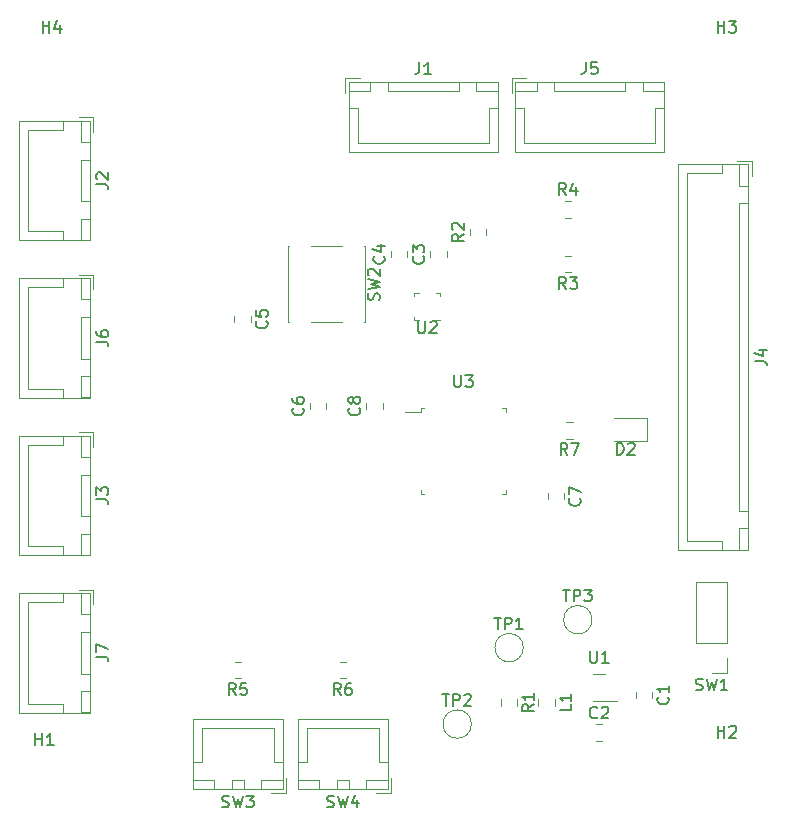
<source format=gto>
G04 #@! TF.GenerationSoftware,KiCad,Pcbnew,(5.1.5)-3*
G04 #@! TF.CreationDate,2020-03-16T21:34:29+01:00*
G04 #@! TF.ProjectId,ent,656e742e-6b69-4636-9164-5f7063625858,rev?*
G04 #@! TF.SameCoordinates,Original*
G04 #@! TF.FileFunction,Legend,Top*
G04 #@! TF.FilePolarity,Positive*
%FSLAX46Y46*%
G04 Gerber Fmt 4.6, Leading zero omitted, Abs format (unit mm)*
G04 Created by KiCad (PCBNEW (5.1.5)-3) date 2020-03-16 21:34:29*
%MOMM*%
%LPD*%
G04 APERTURE LIST*
%ADD10C,0.120000*%
%ADD11C,0.150000*%
G04 APERTURE END LIST*
D10*
X216035000Y-101750000D02*
X217035000Y-101750000D01*
X218035000Y-103990000D02*
X216035000Y-103990000D01*
X201270800Y-71722000D02*
X200870800Y-71722000D01*
X200870800Y-71722000D02*
X200870800Y-71497000D01*
X202690800Y-69502000D02*
X203090800Y-69502000D01*
X203090800Y-69502000D02*
X203090800Y-69727000D01*
X201270800Y-69502000D02*
X200870800Y-69502000D01*
X200870800Y-69502000D02*
X200870800Y-69727000D01*
X202690800Y-71722000D02*
X203090800Y-71722000D01*
X214154652Y-67715200D02*
X213632148Y-67715200D01*
X214154652Y-66295200D02*
X213632148Y-66295200D01*
X198938000Y-111766800D02*
X198938000Y-110516800D01*
X197688000Y-111766800D02*
X198938000Y-111766800D01*
X191788000Y-106266800D02*
X194838000Y-106266800D01*
X191788000Y-109216800D02*
X191788000Y-106266800D01*
X191038000Y-109216800D02*
X191788000Y-109216800D01*
X197888000Y-106266800D02*
X194838000Y-106266800D01*
X197888000Y-109216800D02*
X197888000Y-106266800D01*
X198638000Y-109216800D02*
X197888000Y-109216800D01*
X191038000Y-111466800D02*
X192838000Y-111466800D01*
X191038000Y-110716800D02*
X191038000Y-111466800D01*
X192838000Y-110716800D02*
X191038000Y-110716800D01*
X192838000Y-111466800D02*
X192838000Y-110716800D01*
X196838000Y-111466800D02*
X198638000Y-111466800D01*
X196838000Y-110716800D02*
X196838000Y-111466800D01*
X198638000Y-110716800D02*
X196838000Y-110716800D01*
X198638000Y-111466800D02*
X198638000Y-110716800D01*
X194338000Y-111466800D02*
X195338000Y-111466800D01*
X194338000Y-110716800D02*
X194338000Y-111466800D01*
X195338000Y-110716800D02*
X194338000Y-110716800D01*
X195338000Y-111466800D02*
X195338000Y-110716800D01*
X191028000Y-111476800D02*
X198648000Y-111476800D01*
X191028000Y-105506800D02*
X191028000Y-111476800D01*
X198648000Y-105506800D02*
X191028000Y-105506800D01*
X198648000Y-111476800D02*
X198648000Y-105506800D01*
X190048000Y-111766800D02*
X190048000Y-110516800D01*
X188798000Y-111766800D02*
X190048000Y-111766800D01*
X182898000Y-106266800D02*
X185948000Y-106266800D01*
X182898000Y-109216800D02*
X182898000Y-106266800D01*
X182148000Y-109216800D02*
X182898000Y-109216800D01*
X188998000Y-106266800D02*
X185948000Y-106266800D01*
X188998000Y-109216800D02*
X188998000Y-106266800D01*
X189748000Y-109216800D02*
X188998000Y-109216800D01*
X182148000Y-111466800D02*
X183948000Y-111466800D01*
X182148000Y-110716800D02*
X182148000Y-111466800D01*
X183948000Y-110716800D02*
X182148000Y-110716800D01*
X183948000Y-111466800D02*
X183948000Y-110716800D01*
X187948000Y-111466800D02*
X189748000Y-111466800D01*
X187948000Y-110716800D02*
X187948000Y-111466800D01*
X189748000Y-110716800D02*
X187948000Y-110716800D01*
X189748000Y-111466800D02*
X189748000Y-110716800D01*
X185448000Y-111466800D02*
X186448000Y-111466800D01*
X185448000Y-110716800D02*
X185448000Y-111466800D01*
X186448000Y-110716800D02*
X185448000Y-110716800D01*
X186448000Y-111466800D02*
X186448000Y-110716800D01*
X182138000Y-111476800D02*
X189758000Y-111476800D01*
X182138000Y-105506800D02*
X182138000Y-111476800D01*
X189758000Y-105506800D02*
X182138000Y-105506800D01*
X189758000Y-111476800D02*
X189758000Y-105506800D01*
X195079252Y-100686800D02*
X194556748Y-100686800D01*
X195079252Y-102106800D02*
X194556748Y-102106800D01*
X186189252Y-100686800D02*
X185666748Y-100686800D01*
X186189252Y-102106800D02*
X185666748Y-102106800D01*
X219635000Y-103243748D02*
X219635000Y-103766252D01*
X221055000Y-103243748D02*
X221055000Y-103766252D01*
X216273748Y-105970000D02*
X216796252Y-105970000D01*
X216273748Y-107390000D02*
X216796252Y-107390000D01*
X203656000Y-66453652D02*
X203656000Y-65931148D01*
X202236000Y-66453652D02*
X202236000Y-65931148D01*
X200303200Y-66453652D02*
X200303200Y-65931148D01*
X198883200Y-66453652D02*
X198883200Y-65931148D01*
X185649800Y-71417548D02*
X185649800Y-71940052D01*
X187069800Y-71417548D02*
X187069800Y-71940052D01*
X192025200Y-79306052D02*
X192025200Y-78783548D01*
X193445200Y-79306052D02*
X193445200Y-78783548D01*
X212167400Y-86428948D02*
X212167400Y-86951452D01*
X213587400Y-86428948D02*
X213587400Y-86951452D01*
X196800400Y-79306052D02*
X196800400Y-78783548D01*
X198220400Y-79306052D02*
X198220400Y-78783548D01*
X195041400Y-51275800D02*
X195041400Y-52525800D01*
X196291400Y-51275800D02*
X195041400Y-51275800D01*
X207191400Y-56775800D02*
X201641400Y-56775800D01*
X207191400Y-53825800D02*
X207191400Y-56775800D01*
X207941400Y-53825800D02*
X207191400Y-53825800D01*
X196091400Y-56775800D02*
X201641400Y-56775800D01*
X196091400Y-53825800D02*
X196091400Y-56775800D01*
X195341400Y-53825800D02*
X196091400Y-53825800D01*
X207941400Y-51575800D02*
X206141400Y-51575800D01*
X207941400Y-52325800D02*
X207941400Y-51575800D01*
X206141400Y-52325800D02*
X207941400Y-52325800D01*
X206141400Y-51575800D02*
X206141400Y-52325800D01*
X197141400Y-51575800D02*
X195341400Y-51575800D01*
X197141400Y-52325800D02*
X197141400Y-51575800D01*
X195341400Y-52325800D02*
X197141400Y-52325800D01*
X195341400Y-51575800D02*
X195341400Y-52325800D01*
X204641400Y-51575800D02*
X198641400Y-51575800D01*
X204641400Y-52325800D02*
X204641400Y-51575800D01*
X198641400Y-52325800D02*
X204641400Y-52325800D01*
X198641400Y-51575800D02*
X198641400Y-52325800D01*
X207951400Y-51565800D02*
X195331400Y-51565800D01*
X207951400Y-57535800D02*
X207951400Y-51565800D01*
X195331400Y-57535800D02*
X207951400Y-57535800D01*
X195331400Y-51565800D02*
X195331400Y-57535800D01*
X173427400Y-54869400D02*
X167457400Y-54869400D01*
X167457400Y-54869400D02*
X167457400Y-64989400D01*
X167457400Y-64989400D02*
X173427400Y-64989400D01*
X173427400Y-64989400D02*
X173427400Y-54869400D01*
X173417400Y-58179400D02*
X172667400Y-58179400D01*
X172667400Y-58179400D02*
X172667400Y-61679400D01*
X172667400Y-61679400D02*
X173417400Y-61679400D01*
X173417400Y-61679400D02*
X173417400Y-58179400D01*
X173417400Y-54879400D02*
X172667400Y-54879400D01*
X172667400Y-54879400D02*
X172667400Y-56679400D01*
X172667400Y-56679400D02*
X173417400Y-56679400D01*
X173417400Y-56679400D02*
X173417400Y-54879400D01*
X173417400Y-63179400D02*
X172667400Y-63179400D01*
X172667400Y-63179400D02*
X172667400Y-64979400D01*
X172667400Y-64979400D02*
X173417400Y-64979400D01*
X173417400Y-64979400D02*
X173417400Y-63179400D01*
X171167400Y-54879400D02*
X171167400Y-55629400D01*
X171167400Y-55629400D02*
X168217400Y-55629400D01*
X168217400Y-55629400D02*
X168217400Y-59929400D01*
X171167400Y-64979400D02*
X171167400Y-64229400D01*
X171167400Y-64229400D02*
X168217400Y-64229400D01*
X168217400Y-64229400D02*
X168217400Y-59929400D01*
X173717400Y-55829400D02*
X173717400Y-54579400D01*
X173717400Y-54579400D02*
X172467400Y-54579400D01*
X173717400Y-81249400D02*
X172467400Y-81249400D01*
X173717400Y-82499400D02*
X173717400Y-81249400D01*
X168217400Y-90899400D02*
X168217400Y-86599400D01*
X171167400Y-90899400D02*
X168217400Y-90899400D01*
X171167400Y-91649400D02*
X171167400Y-90899400D01*
X168217400Y-82299400D02*
X168217400Y-86599400D01*
X171167400Y-82299400D02*
X168217400Y-82299400D01*
X171167400Y-81549400D02*
X171167400Y-82299400D01*
X173417400Y-91649400D02*
X173417400Y-89849400D01*
X172667400Y-91649400D02*
X173417400Y-91649400D01*
X172667400Y-89849400D02*
X172667400Y-91649400D01*
X173417400Y-89849400D02*
X172667400Y-89849400D01*
X173417400Y-83349400D02*
X173417400Y-81549400D01*
X172667400Y-83349400D02*
X173417400Y-83349400D01*
X172667400Y-81549400D02*
X172667400Y-83349400D01*
X173417400Y-81549400D02*
X172667400Y-81549400D01*
X173417400Y-88349400D02*
X173417400Y-84849400D01*
X172667400Y-88349400D02*
X173417400Y-88349400D01*
X172667400Y-84849400D02*
X172667400Y-88349400D01*
X173417400Y-84849400D02*
X172667400Y-84849400D01*
X173427400Y-91659400D02*
X173427400Y-81539400D01*
X167457400Y-91659400D02*
X173427400Y-91659400D01*
X167457400Y-81539400D02*
X167457400Y-91659400D01*
X173427400Y-81539400D02*
X167457400Y-81539400D01*
X229180400Y-58577800D02*
X223210400Y-58577800D01*
X223210400Y-58577800D02*
X223210400Y-91197800D01*
X223210400Y-91197800D02*
X229180400Y-91197800D01*
X229180400Y-91197800D02*
X229180400Y-58577800D01*
X229170400Y-61887800D02*
X228420400Y-61887800D01*
X228420400Y-61887800D02*
X228420400Y-87887800D01*
X228420400Y-87887800D02*
X229170400Y-87887800D01*
X229170400Y-87887800D02*
X229170400Y-61887800D01*
X229170400Y-58587800D02*
X228420400Y-58587800D01*
X228420400Y-58587800D02*
X228420400Y-60387800D01*
X228420400Y-60387800D02*
X229170400Y-60387800D01*
X229170400Y-60387800D02*
X229170400Y-58587800D01*
X229170400Y-89387800D02*
X228420400Y-89387800D01*
X228420400Y-89387800D02*
X228420400Y-91187800D01*
X228420400Y-91187800D02*
X229170400Y-91187800D01*
X229170400Y-91187800D02*
X229170400Y-89387800D01*
X226920400Y-58587800D02*
X226920400Y-59337800D01*
X226920400Y-59337800D02*
X223970400Y-59337800D01*
X223970400Y-59337800D02*
X223970400Y-74887800D01*
X226920400Y-91187800D02*
X226920400Y-90437800D01*
X226920400Y-90437800D02*
X223970400Y-90437800D01*
X223970400Y-90437800D02*
X223970400Y-74887800D01*
X229470400Y-59537800D02*
X229470400Y-58287800D01*
X229470400Y-58287800D02*
X228220400Y-58287800D01*
X209428400Y-51565800D02*
X209428400Y-57535800D01*
X209428400Y-57535800D02*
X222048400Y-57535800D01*
X222048400Y-57535800D02*
X222048400Y-51565800D01*
X222048400Y-51565800D02*
X209428400Y-51565800D01*
X212738400Y-51575800D02*
X212738400Y-52325800D01*
X212738400Y-52325800D02*
X218738400Y-52325800D01*
X218738400Y-52325800D02*
X218738400Y-51575800D01*
X218738400Y-51575800D02*
X212738400Y-51575800D01*
X209438400Y-51575800D02*
X209438400Y-52325800D01*
X209438400Y-52325800D02*
X211238400Y-52325800D01*
X211238400Y-52325800D02*
X211238400Y-51575800D01*
X211238400Y-51575800D02*
X209438400Y-51575800D01*
X220238400Y-51575800D02*
X220238400Y-52325800D01*
X220238400Y-52325800D02*
X222038400Y-52325800D01*
X222038400Y-52325800D02*
X222038400Y-51575800D01*
X222038400Y-51575800D02*
X220238400Y-51575800D01*
X209438400Y-53825800D02*
X210188400Y-53825800D01*
X210188400Y-53825800D02*
X210188400Y-56775800D01*
X210188400Y-56775800D02*
X215738400Y-56775800D01*
X222038400Y-53825800D02*
X221288400Y-53825800D01*
X221288400Y-53825800D02*
X221288400Y-56775800D01*
X221288400Y-56775800D02*
X215738400Y-56775800D01*
X210388400Y-51275800D02*
X209138400Y-51275800D01*
X209138400Y-51275800D02*
X209138400Y-52525800D01*
X173427400Y-68204400D02*
X167457400Y-68204400D01*
X167457400Y-68204400D02*
X167457400Y-78324400D01*
X167457400Y-78324400D02*
X173427400Y-78324400D01*
X173427400Y-78324400D02*
X173427400Y-68204400D01*
X173417400Y-71514400D02*
X172667400Y-71514400D01*
X172667400Y-71514400D02*
X172667400Y-75014400D01*
X172667400Y-75014400D02*
X173417400Y-75014400D01*
X173417400Y-75014400D02*
X173417400Y-71514400D01*
X173417400Y-68214400D02*
X172667400Y-68214400D01*
X172667400Y-68214400D02*
X172667400Y-70014400D01*
X172667400Y-70014400D02*
X173417400Y-70014400D01*
X173417400Y-70014400D02*
X173417400Y-68214400D01*
X173417400Y-76514400D02*
X172667400Y-76514400D01*
X172667400Y-76514400D02*
X172667400Y-78314400D01*
X172667400Y-78314400D02*
X173417400Y-78314400D01*
X173417400Y-78314400D02*
X173417400Y-76514400D01*
X171167400Y-68214400D02*
X171167400Y-68964400D01*
X171167400Y-68964400D02*
X168217400Y-68964400D01*
X168217400Y-68964400D02*
X168217400Y-73264400D01*
X171167400Y-78314400D02*
X171167400Y-77564400D01*
X171167400Y-77564400D02*
X168217400Y-77564400D01*
X168217400Y-77564400D02*
X168217400Y-73264400D01*
X173717400Y-69164400D02*
X173717400Y-67914400D01*
X173717400Y-67914400D02*
X172467400Y-67914400D01*
X173717400Y-94584400D02*
X172467400Y-94584400D01*
X173717400Y-95834400D02*
X173717400Y-94584400D01*
X168217400Y-104234400D02*
X168217400Y-99934400D01*
X171167400Y-104234400D02*
X168217400Y-104234400D01*
X171167400Y-104984400D02*
X171167400Y-104234400D01*
X168217400Y-95634400D02*
X168217400Y-99934400D01*
X171167400Y-95634400D02*
X168217400Y-95634400D01*
X171167400Y-94884400D02*
X171167400Y-95634400D01*
X173417400Y-104984400D02*
X173417400Y-103184400D01*
X172667400Y-104984400D02*
X173417400Y-104984400D01*
X172667400Y-103184400D02*
X172667400Y-104984400D01*
X173417400Y-103184400D02*
X172667400Y-103184400D01*
X173417400Y-96684400D02*
X173417400Y-94884400D01*
X172667400Y-96684400D02*
X173417400Y-96684400D01*
X172667400Y-94884400D02*
X172667400Y-96684400D01*
X173417400Y-94884400D02*
X172667400Y-94884400D01*
X173417400Y-101684400D02*
X173417400Y-98184400D01*
X172667400Y-101684400D02*
X173417400Y-101684400D01*
X172667400Y-98184400D02*
X172667400Y-101684400D01*
X173417400Y-98184400D02*
X172667400Y-98184400D01*
X173427400Y-104994400D02*
X173427400Y-94874400D01*
X167457400Y-104994400D02*
X173427400Y-104994400D01*
X167457400Y-94874400D02*
X167457400Y-104994400D01*
X173427400Y-94874400D02*
X167457400Y-94874400D01*
X212800000Y-103878748D02*
X212800000Y-104401252D01*
X211380000Y-103878748D02*
X211380000Y-104401252D01*
X208205000Y-103878748D02*
X208205000Y-104401252D01*
X209625000Y-103878748D02*
X209625000Y-104401252D01*
X206983400Y-64574052D02*
X206983400Y-64051548D01*
X205563400Y-64574052D02*
X205563400Y-64051548D01*
X213628349Y-61662001D02*
X214150853Y-61662001D01*
X213628349Y-63082001D02*
X214150853Y-63082001D01*
X227390000Y-93920000D02*
X224730000Y-93920000D01*
X227390000Y-99060000D02*
X227390000Y-93920000D01*
X224730000Y-99060000D02*
X224730000Y-93920000D01*
X227390000Y-99060000D02*
X224730000Y-99060000D01*
X227390000Y-100330000D02*
X227390000Y-101660000D01*
X227390000Y-101660000D02*
X226060000Y-101660000D01*
X196676400Y-71962400D02*
X196646400Y-71962400D01*
X190216400Y-71962400D02*
X190246400Y-71962400D01*
X190216400Y-65502400D02*
X190246400Y-65502400D01*
X196646400Y-65502400D02*
X196676400Y-65502400D01*
X194746400Y-71962400D02*
X192146400Y-71962400D01*
X196676400Y-65502400D02*
X196676400Y-71962400D01*
X194746400Y-65502400D02*
X192146400Y-65502400D01*
X190216400Y-65502400D02*
X190216400Y-71962400D01*
X210115000Y-99491800D02*
G75*
G03X210115000Y-99491800I-1200000J0D01*
G01*
X205720800Y-105968800D02*
G75*
G03X205720800Y-105968800I-1200000J0D01*
G01*
X215931600Y-97129600D02*
G75*
G03X215931600Y-97129600I-1200000J0D01*
G01*
X208338800Y-86464800D02*
X208638800Y-86464800D01*
X208638800Y-86464800D02*
X208638800Y-86164800D01*
X201718800Y-86464800D02*
X201418800Y-86464800D01*
X201418800Y-86464800D02*
X201418800Y-86164800D01*
X208338800Y-79244800D02*
X208638800Y-79244800D01*
X208638800Y-79244800D02*
X208638800Y-79544800D01*
X201718800Y-79244800D02*
X201418800Y-79244800D01*
X201418800Y-79244800D02*
X201418800Y-79544800D01*
X201418800Y-79544800D02*
X200103800Y-79544800D01*
X217769999Y-81999999D02*
X220629999Y-81999999D01*
X220629999Y-81999999D02*
X220629999Y-80079999D01*
X220629999Y-80079999D02*
X217769999Y-80079999D01*
X214286251Y-81794999D02*
X213763747Y-81794999D01*
X214286251Y-80374999D02*
X213763747Y-80374999D01*
D11*
X215773095Y-99782380D02*
X215773095Y-100591904D01*
X215820714Y-100687142D01*
X215868333Y-100734761D01*
X215963571Y-100782380D01*
X216154047Y-100782380D01*
X216249285Y-100734761D01*
X216296904Y-100687142D01*
X216344523Y-100591904D01*
X216344523Y-99782380D01*
X217344523Y-100782380D02*
X216773095Y-100782380D01*
X217058809Y-100782380D02*
X217058809Y-99782380D01*
X216963571Y-99925238D01*
X216868333Y-100020476D01*
X216773095Y-100068095D01*
X201218895Y-71864380D02*
X201218895Y-72673904D01*
X201266514Y-72769142D01*
X201314133Y-72816761D01*
X201409371Y-72864380D01*
X201599847Y-72864380D01*
X201695085Y-72816761D01*
X201742704Y-72769142D01*
X201790323Y-72673904D01*
X201790323Y-71864380D01*
X202218895Y-71959619D02*
X202266514Y-71912000D01*
X202361752Y-71864380D01*
X202599847Y-71864380D01*
X202695085Y-71912000D01*
X202742704Y-71959619D01*
X202790323Y-72054857D01*
X202790323Y-72150095D01*
X202742704Y-72292952D01*
X202171276Y-72864380D01*
X202790323Y-72864380D01*
X213726733Y-69107580D02*
X213393400Y-68631390D01*
X213155304Y-69107580D02*
X213155304Y-68107580D01*
X213536257Y-68107580D01*
X213631495Y-68155200D01*
X213679114Y-68202819D01*
X213726733Y-68298057D01*
X213726733Y-68440914D01*
X213679114Y-68536152D01*
X213631495Y-68583771D01*
X213536257Y-68631390D01*
X213155304Y-68631390D01*
X214060066Y-68107580D02*
X214679114Y-68107580D01*
X214345780Y-68488533D01*
X214488638Y-68488533D01*
X214583876Y-68536152D01*
X214631495Y-68583771D01*
X214679114Y-68679009D01*
X214679114Y-68917104D01*
X214631495Y-69012342D01*
X214583876Y-69059961D01*
X214488638Y-69107580D01*
X214202923Y-69107580D01*
X214107685Y-69059961D01*
X214060066Y-69012342D01*
X193504666Y-112971561D02*
X193647523Y-113019180D01*
X193885619Y-113019180D01*
X193980857Y-112971561D01*
X194028476Y-112923942D01*
X194076095Y-112828704D01*
X194076095Y-112733466D01*
X194028476Y-112638228D01*
X193980857Y-112590609D01*
X193885619Y-112542990D01*
X193695142Y-112495371D01*
X193599904Y-112447752D01*
X193552285Y-112400133D01*
X193504666Y-112304895D01*
X193504666Y-112209657D01*
X193552285Y-112114419D01*
X193599904Y-112066800D01*
X193695142Y-112019180D01*
X193933238Y-112019180D01*
X194076095Y-112066800D01*
X194409428Y-112019180D02*
X194647523Y-113019180D01*
X194838000Y-112304895D01*
X195028476Y-113019180D01*
X195266571Y-112019180D01*
X196076095Y-112352514D02*
X196076095Y-113019180D01*
X195838000Y-111971561D02*
X195599904Y-112685847D01*
X196218952Y-112685847D01*
X184614666Y-112971561D02*
X184757523Y-113019180D01*
X184995619Y-113019180D01*
X185090857Y-112971561D01*
X185138476Y-112923942D01*
X185186095Y-112828704D01*
X185186095Y-112733466D01*
X185138476Y-112638228D01*
X185090857Y-112590609D01*
X184995619Y-112542990D01*
X184805142Y-112495371D01*
X184709904Y-112447752D01*
X184662285Y-112400133D01*
X184614666Y-112304895D01*
X184614666Y-112209657D01*
X184662285Y-112114419D01*
X184709904Y-112066800D01*
X184805142Y-112019180D01*
X185043238Y-112019180D01*
X185186095Y-112066800D01*
X185519428Y-112019180D02*
X185757523Y-113019180D01*
X185948000Y-112304895D01*
X186138476Y-113019180D01*
X186376571Y-112019180D01*
X186662285Y-112019180D02*
X187281333Y-112019180D01*
X186948000Y-112400133D01*
X187090857Y-112400133D01*
X187186095Y-112447752D01*
X187233714Y-112495371D01*
X187281333Y-112590609D01*
X187281333Y-112828704D01*
X187233714Y-112923942D01*
X187186095Y-112971561D01*
X187090857Y-113019180D01*
X186805142Y-113019180D01*
X186709904Y-112971561D01*
X186662285Y-112923942D01*
X194651333Y-103499180D02*
X194318000Y-103022990D01*
X194079904Y-103499180D02*
X194079904Y-102499180D01*
X194460857Y-102499180D01*
X194556095Y-102546800D01*
X194603714Y-102594419D01*
X194651333Y-102689657D01*
X194651333Y-102832514D01*
X194603714Y-102927752D01*
X194556095Y-102975371D01*
X194460857Y-103022990D01*
X194079904Y-103022990D01*
X195508476Y-102499180D02*
X195318000Y-102499180D01*
X195222761Y-102546800D01*
X195175142Y-102594419D01*
X195079904Y-102737276D01*
X195032285Y-102927752D01*
X195032285Y-103308704D01*
X195079904Y-103403942D01*
X195127523Y-103451561D01*
X195222761Y-103499180D01*
X195413238Y-103499180D01*
X195508476Y-103451561D01*
X195556095Y-103403942D01*
X195603714Y-103308704D01*
X195603714Y-103070609D01*
X195556095Y-102975371D01*
X195508476Y-102927752D01*
X195413238Y-102880133D01*
X195222761Y-102880133D01*
X195127523Y-102927752D01*
X195079904Y-102975371D01*
X195032285Y-103070609D01*
X185761333Y-103499180D02*
X185428000Y-103022990D01*
X185189904Y-103499180D02*
X185189904Y-102499180D01*
X185570857Y-102499180D01*
X185666095Y-102546800D01*
X185713714Y-102594419D01*
X185761333Y-102689657D01*
X185761333Y-102832514D01*
X185713714Y-102927752D01*
X185666095Y-102975371D01*
X185570857Y-103022990D01*
X185189904Y-103022990D01*
X186666095Y-102499180D02*
X186189904Y-102499180D01*
X186142285Y-102975371D01*
X186189904Y-102927752D01*
X186285142Y-102880133D01*
X186523238Y-102880133D01*
X186618476Y-102927752D01*
X186666095Y-102975371D01*
X186713714Y-103070609D01*
X186713714Y-103308704D01*
X186666095Y-103403942D01*
X186618476Y-103451561D01*
X186523238Y-103499180D01*
X186285142Y-103499180D01*
X186189904Y-103451561D01*
X186142285Y-103403942D01*
X222352142Y-103671666D02*
X222399761Y-103719285D01*
X222447380Y-103862142D01*
X222447380Y-103957380D01*
X222399761Y-104100238D01*
X222304523Y-104195476D01*
X222209285Y-104243095D01*
X222018809Y-104290714D01*
X221875952Y-104290714D01*
X221685476Y-104243095D01*
X221590238Y-104195476D01*
X221495000Y-104100238D01*
X221447380Y-103957380D01*
X221447380Y-103862142D01*
X221495000Y-103719285D01*
X221542619Y-103671666D01*
X222447380Y-102719285D02*
X222447380Y-103290714D01*
X222447380Y-103005000D02*
X221447380Y-103005000D01*
X221590238Y-103100238D01*
X221685476Y-103195476D01*
X221733095Y-103290714D01*
X216368333Y-105387142D02*
X216320714Y-105434761D01*
X216177857Y-105482380D01*
X216082619Y-105482380D01*
X215939761Y-105434761D01*
X215844523Y-105339523D01*
X215796904Y-105244285D01*
X215749285Y-105053809D01*
X215749285Y-104910952D01*
X215796904Y-104720476D01*
X215844523Y-104625238D01*
X215939761Y-104530000D01*
X216082619Y-104482380D01*
X216177857Y-104482380D01*
X216320714Y-104530000D01*
X216368333Y-104577619D01*
X216749285Y-104577619D02*
X216796904Y-104530000D01*
X216892142Y-104482380D01*
X217130238Y-104482380D01*
X217225476Y-104530000D01*
X217273095Y-104577619D01*
X217320714Y-104672857D01*
X217320714Y-104768095D01*
X217273095Y-104910952D01*
X216701666Y-105482380D01*
X217320714Y-105482380D01*
X201653142Y-66359066D02*
X201700761Y-66406685D01*
X201748380Y-66549542D01*
X201748380Y-66644780D01*
X201700761Y-66787638D01*
X201605523Y-66882876D01*
X201510285Y-66930495D01*
X201319809Y-66978114D01*
X201176952Y-66978114D01*
X200986476Y-66930495D01*
X200891238Y-66882876D01*
X200796000Y-66787638D01*
X200748380Y-66644780D01*
X200748380Y-66549542D01*
X200796000Y-66406685D01*
X200843619Y-66359066D01*
X200748380Y-66025733D02*
X200748380Y-65406685D01*
X201129333Y-65740019D01*
X201129333Y-65597161D01*
X201176952Y-65501923D01*
X201224571Y-65454304D01*
X201319809Y-65406685D01*
X201557904Y-65406685D01*
X201653142Y-65454304D01*
X201700761Y-65501923D01*
X201748380Y-65597161D01*
X201748380Y-65882876D01*
X201700761Y-65978114D01*
X201653142Y-66025733D01*
X198300342Y-66359066D02*
X198347961Y-66406685D01*
X198395580Y-66549542D01*
X198395580Y-66644780D01*
X198347961Y-66787638D01*
X198252723Y-66882876D01*
X198157485Y-66930495D01*
X197967009Y-66978114D01*
X197824152Y-66978114D01*
X197633676Y-66930495D01*
X197538438Y-66882876D01*
X197443200Y-66787638D01*
X197395580Y-66644780D01*
X197395580Y-66549542D01*
X197443200Y-66406685D01*
X197490819Y-66359066D01*
X197728914Y-65501923D02*
X198395580Y-65501923D01*
X197347961Y-65740019D02*
X198062247Y-65978114D01*
X198062247Y-65359066D01*
X188366942Y-71845466D02*
X188414561Y-71893085D01*
X188462180Y-72035942D01*
X188462180Y-72131180D01*
X188414561Y-72274038D01*
X188319323Y-72369276D01*
X188224085Y-72416895D01*
X188033609Y-72464514D01*
X187890752Y-72464514D01*
X187700276Y-72416895D01*
X187605038Y-72369276D01*
X187509800Y-72274038D01*
X187462180Y-72131180D01*
X187462180Y-72035942D01*
X187509800Y-71893085D01*
X187557419Y-71845466D01*
X187462180Y-70940704D02*
X187462180Y-71416895D01*
X187938371Y-71464514D01*
X187890752Y-71416895D01*
X187843133Y-71321657D01*
X187843133Y-71083561D01*
X187890752Y-70988323D01*
X187938371Y-70940704D01*
X188033609Y-70893085D01*
X188271704Y-70893085D01*
X188366942Y-70940704D01*
X188414561Y-70988323D01*
X188462180Y-71083561D01*
X188462180Y-71321657D01*
X188414561Y-71416895D01*
X188366942Y-71464514D01*
X191442342Y-79211466D02*
X191489961Y-79259085D01*
X191537580Y-79401942D01*
X191537580Y-79497180D01*
X191489961Y-79640038D01*
X191394723Y-79735276D01*
X191299485Y-79782895D01*
X191109009Y-79830514D01*
X190966152Y-79830514D01*
X190775676Y-79782895D01*
X190680438Y-79735276D01*
X190585200Y-79640038D01*
X190537580Y-79497180D01*
X190537580Y-79401942D01*
X190585200Y-79259085D01*
X190632819Y-79211466D01*
X190537580Y-78354323D02*
X190537580Y-78544800D01*
X190585200Y-78640038D01*
X190632819Y-78687657D01*
X190775676Y-78782895D01*
X190966152Y-78830514D01*
X191347104Y-78830514D01*
X191442342Y-78782895D01*
X191489961Y-78735276D01*
X191537580Y-78640038D01*
X191537580Y-78449561D01*
X191489961Y-78354323D01*
X191442342Y-78306704D01*
X191347104Y-78259085D01*
X191109009Y-78259085D01*
X191013771Y-78306704D01*
X190966152Y-78354323D01*
X190918533Y-78449561D01*
X190918533Y-78640038D01*
X190966152Y-78735276D01*
X191013771Y-78782895D01*
X191109009Y-78830514D01*
X214884542Y-86856866D02*
X214932161Y-86904485D01*
X214979780Y-87047342D01*
X214979780Y-87142580D01*
X214932161Y-87285438D01*
X214836923Y-87380676D01*
X214741685Y-87428295D01*
X214551209Y-87475914D01*
X214408352Y-87475914D01*
X214217876Y-87428295D01*
X214122638Y-87380676D01*
X214027400Y-87285438D01*
X213979780Y-87142580D01*
X213979780Y-87047342D01*
X214027400Y-86904485D01*
X214075019Y-86856866D01*
X213979780Y-86523533D02*
X213979780Y-85856866D01*
X214979780Y-86285438D01*
X196217542Y-79211466D02*
X196265161Y-79259085D01*
X196312780Y-79401942D01*
X196312780Y-79497180D01*
X196265161Y-79640038D01*
X196169923Y-79735276D01*
X196074685Y-79782895D01*
X195884209Y-79830514D01*
X195741352Y-79830514D01*
X195550876Y-79782895D01*
X195455638Y-79735276D01*
X195360400Y-79640038D01*
X195312780Y-79497180D01*
X195312780Y-79401942D01*
X195360400Y-79259085D01*
X195408019Y-79211466D01*
X195741352Y-78640038D02*
X195693733Y-78735276D01*
X195646114Y-78782895D01*
X195550876Y-78830514D01*
X195503257Y-78830514D01*
X195408019Y-78782895D01*
X195360400Y-78735276D01*
X195312780Y-78640038D01*
X195312780Y-78449561D01*
X195360400Y-78354323D01*
X195408019Y-78306704D01*
X195503257Y-78259085D01*
X195550876Y-78259085D01*
X195646114Y-78306704D01*
X195693733Y-78354323D01*
X195741352Y-78449561D01*
X195741352Y-78640038D01*
X195788971Y-78735276D01*
X195836590Y-78782895D01*
X195931828Y-78830514D01*
X196122304Y-78830514D01*
X196217542Y-78782895D01*
X196265161Y-78735276D01*
X196312780Y-78640038D01*
X196312780Y-78449561D01*
X196265161Y-78354323D01*
X196217542Y-78306704D01*
X196122304Y-78259085D01*
X195931828Y-78259085D01*
X195836590Y-78306704D01*
X195788971Y-78354323D01*
X195741352Y-78449561D01*
X201308066Y-49928180D02*
X201308066Y-50642466D01*
X201260447Y-50785323D01*
X201165209Y-50880561D01*
X201022352Y-50928180D01*
X200927114Y-50928180D01*
X202308066Y-50928180D02*
X201736638Y-50928180D01*
X202022352Y-50928180D02*
X202022352Y-49928180D01*
X201927114Y-50071038D01*
X201831876Y-50166276D01*
X201736638Y-50213895D01*
X173969780Y-60262733D02*
X174684066Y-60262733D01*
X174826923Y-60310352D01*
X174922161Y-60405590D01*
X174969780Y-60548447D01*
X174969780Y-60643685D01*
X174065019Y-59834161D02*
X174017400Y-59786542D01*
X173969780Y-59691304D01*
X173969780Y-59453209D01*
X174017400Y-59357971D01*
X174065019Y-59310352D01*
X174160257Y-59262733D01*
X174255495Y-59262733D01*
X174398352Y-59310352D01*
X174969780Y-59881780D01*
X174969780Y-59262733D01*
X173969780Y-86932733D02*
X174684066Y-86932733D01*
X174826923Y-86980352D01*
X174922161Y-87075590D01*
X174969780Y-87218447D01*
X174969780Y-87313685D01*
X173969780Y-86551780D02*
X173969780Y-85932733D01*
X174350733Y-86266066D01*
X174350733Y-86123209D01*
X174398352Y-86027971D01*
X174445971Y-85980352D01*
X174541209Y-85932733D01*
X174779304Y-85932733D01*
X174874542Y-85980352D01*
X174922161Y-86027971D01*
X174969780Y-86123209D01*
X174969780Y-86408923D01*
X174922161Y-86504161D01*
X174874542Y-86551780D01*
X229722780Y-75221133D02*
X230437066Y-75221133D01*
X230579923Y-75268752D01*
X230675161Y-75363990D01*
X230722780Y-75506847D01*
X230722780Y-75602085D01*
X230056114Y-74316371D02*
X230722780Y-74316371D01*
X229675161Y-74554466D02*
X230389447Y-74792561D01*
X230389447Y-74173514D01*
X215405066Y-49928180D02*
X215405066Y-50642466D01*
X215357447Y-50785323D01*
X215262209Y-50880561D01*
X215119352Y-50928180D01*
X215024114Y-50928180D01*
X216357447Y-49928180D02*
X215881257Y-49928180D01*
X215833638Y-50404371D01*
X215881257Y-50356752D01*
X215976495Y-50309133D01*
X216214590Y-50309133D01*
X216309828Y-50356752D01*
X216357447Y-50404371D01*
X216405066Y-50499609D01*
X216405066Y-50737704D01*
X216357447Y-50832942D01*
X216309828Y-50880561D01*
X216214590Y-50928180D01*
X215976495Y-50928180D01*
X215881257Y-50880561D01*
X215833638Y-50832942D01*
X173969780Y-73597733D02*
X174684066Y-73597733D01*
X174826923Y-73645352D01*
X174922161Y-73740590D01*
X174969780Y-73883447D01*
X174969780Y-73978685D01*
X173969780Y-72692971D02*
X173969780Y-72883447D01*
X174017400Y-72978685D01*
X174065019Y-73026304D01*
X174207876Y-73121542D01*
X174398352Y-73169161D01*
X174779304Y-73169161D01*
X174874542Y-73121542D01*
X174922161Y-73073923D01*
X174969780Y-72978685D01*
X174969780Y-72788209D01*
X174922161Y-72692971D01*
X174874542Y-72645352D01*
X174779304Y-72597733D01*
X174541209Y-72597733D01*
X174445971Y-72645352D01*
X174398352Y-72692971D01*
X174350733Y-72788209D01*
X174350733Y-72978685D01*
X174398352Y-73073923D01*
X174445971Y-73121542D01*
X174541209Y-73169161D01*
X173969780Y-100267733D02*
X174684066Y-100267733D01*
X174826923Y-100315352D01*
X174922161Y-100410590D01*
X174969780Y-100553447D01*
X174969780Y-100648685D01*
X173969780Y-99886780D02*
X173969780Y-99220114D01*
X174969780Y-99648685D01*
X214192380Y-104306666D02*
X214192380Y-104782857D01*
X213192380Y-104782857D01*
X214192380Y-103449523D02*
X214192380Y-104020952D01*
X214192380Y-103735238D02*
X213192380Y-103735238D01*
X213335238Y-103830476D01*
X213430476Y-103925714D01*
X213478095Y-104020952D01*
X211017380Y-104306666D02*
X210541190Y-104640000D01*
X211017380Y-104878095D02*
X210017380Y-104878095D01*
X210017380Y-104497142D01*
X210065000Y-104401904D01*
X210112619Y-104354285D01*
X210207857Y-104306666D01*
X210350714Y-104306666D01*
X210445952Y-104354285D01*
X210493571Y-104401904D01*
X210541190Y-104497142D01*
X210541190Y-104878095D01*
X211017380Y-103354285D02*
X211017380Y-103925714D01*
X211017380Y-103640000D02*
X210017380Y-103640000D01*
X210160238Y-103735238D01*
X210255476Y-103830476D01*
X210303095Y-103925714D01*
X205075780Y-64479466D02*
X204599590Y-64812800D01*
X205075780Y-65050895D02*
X204075780Y-65050895D01*
X204075780Y-64669942D01*
X204123400Y-64574704D01*
X204171019Y-64527085D01*
X204266257Y-64479466D01*
X204409114Y-64479466D01*
X204504352Y-64527085D01*
X204551971Y-64574704D01*
X204599590Y-64669942D01*
X204599590Y-65050895D01*
X204171019Y-64098514D02*
X204123400Y-64050895D01*
X204075780Y-63955657D01*
X204075780Y-63717561D01*
X204123400Y-63622323D01*
X204171019Y-63574704D01*
X204266257Y-63527085D01*
X204361495Y-63527085D01*
X204504352Y-63574704D01*
X205075780Y-64146133D01*
X205075780Y-63527085D01*
X213722934Y-61174381D02*
X213389601Y-60698191D01*
X213151505Y-61174381D02*
X213151505Y-60174381D01*
X213532458Y-60174381D01*
X213627696Y-60222001D01*
X213675315Y-60269620D01*
X213722934Y-60364858D01*
X213722934Y-60507715D01*
X213675315Y-60602953D01*
X213627696Y-60650572D01*
X213532458Y-60698191D01*
X213151505Y-60698191D01*
X214580077Y-60507715D02*
X214580077Y-61174381D01*
X214341981Y-60126762D02*
X214103886Y-60841048D01*
X214722934Y-60841048D01*
X224726666Y-103064761D02*
X224869523Y-103112380D01*
X225107619Y-103112380D01*
X225202857Y-103064761D01*
X225250476Y-103017142D01*
X225298095Y-102921904D01*
X225298095Y-102826666D01*
X225250476Y-102731428D01*
X225202857Y-102683809D01*
X225107619Y-102636190D01*
X224917142Y-102588571D01*
X224821904Y-102540952D01*
X224774285Y-102493333D01*
X224726666Y-102398095D01*
X224726666Y-102302857D01*
X224774285Y-102207619D01*
X224821904Y-102160000D01*
X224917142Y-102112380D01*
X225155238Y-102112380D01*
X225298095Y-102160000D01*
X225631428Y-102112380D02*
X225869523Y-103112380D01*
X226060000Y-102398095D01*
X226250476Y-103112380D01*
X226488571Y-102112380D01*
X227393333Y-103112380D02*
X226821904Y-103112380D01*
X227107619Y-103112380D02*
X227107619Y-102112380D01*
X227012380Y-102255238D01*
X226917142Y-102350476D01*
X226821904Y-102398095D01*
X197901161Y-70065733D02*
X197948780Y-69922876D01*
X197948780Y-69684780D01*
X197901161Y-69589542D01*
X197853542Y-69541923D01*
X197758304Y-69494304D01*
X197663066Y-69494304D01*
X197567828Y-69541923D01*
X197520209Y-69589542D01*
X197472590Y-69684780D01*
X197424971Y-69875257D01*
X197377352Y-69970495D01*
X197329733Y-70018114D01*
X197234495Y-70065733D01*
X197139257Y-70065733D01*
X197044019Y-70018114D01*
X196996400Y-69970495D01*
X196948780Y-69875257D01*
X196948780Y-69637161D01*
X196996400Y-69494304D01*
X196948780Y-69160971D02*
X197948780Y-68922876D01*
X197234495Y-68732400D01*
X197948780Y-68541923D01*
X196948780Y-68303828D01*
X197044019Y-67970495D02*
X196996400Y-67922876D01*
X196948780Y-67827638D01*
X196948780Y-67589542D01*
X196996400Y-67494304D01*
X197044019Y-67446685D01*
X197139257Y-67399066D01*
X197234495Y-67399066D01*
X197377352Y-67446685D01*
X197948780Y-68018114D01*
X197948780Y-67399066D01*
X207653095Y-96946180D02*
X208224523Y-96946180D01*
X207938809Y-97946180D02*
X207938809Y-96946180D01*
X208557857Y-97946180D02*
X208557857Y-96946180D01*
X208938809Y-96946180D01*
X209034047Y-96993800D01*
X209081666Y-97041419D01*
X209129285Y-97136657D01*
X209129285Y-97279514D01*
X209081666Y-97374752D01*
X209034047Y-97422371D01*
X208938809Y-97469990D01*
X208557857Y-97469990D01*
X210081666Y-97946180D02*
X209510238Y-97946180D01*
X209795952Y-97946180D02*
X209795952Y-96946180D01*
X209700714Y-97089038D01*
X209605476Y-97184276D01*
X209510238Y-97231895D01*
X203258895Y-103423180D02*
X203830323Y-103423180D01*
X203544609Y-104423180D02*
X203544609Y-103423180D01*
X204163657Y-104423180D02*
X204163657Y-103423180D01*
X204544609Y-103423180D01*
X204639847Y-103470800D01*
X204687466Y-103518419D01*
X204735085Y-103613657D01*
X204735085Y-103756514D01*
X204687466Y-103851752D01*
X204639847Y-103899371D01*
X204544609Y-103946990D01*
X204163657Y-103946990D01*
X205116038Y-103518419D02*
X205163657Y-103470800D01*
X205258895Y-103423180D01*
X205496990Y-103423180D01*
X205592228Y-103470800D01*
X205639847Y-103518419D01*
X205687466Y-103613657D01*
X205687466Y-103708895D01*
X205639847Y-103851752D01*
X205068419Y-104423180D01*
X205687466Y-104423180D01*
X213469695Y-94583980D02*
X214041123Y-94583980D01*
X213755409Y-95583980D02*
X213755409Y-94583980D01*
X214374457Y-95583980D02*
X214374457Y-94583980D01*
X214755409Y-94583980D01*
X214850647Y-94631600D01*
X214898266Y-94679219D01*
X214945885Y-94774457D01*
X214945885Y-94917314D01*
X214898266Y-95012552D01*
X214850647Y-95060171D01*
X214755409Y-95107790D01*
X214374457Y-95107790D01*
X215279219Y-94583980D02*
X215898266Y-94583980D01*
X215564933Y-94964933D01*
X215707790Y-94964933D01*
X215803028Y-95012552D01*
X215850647Y-95060171D01*
X215898266Y-95155409D01*
X215898266Y-95393504D01*
X215850647Y-95488742D01*
X215803028Y-95536361D01*
X215707790Y-95583980D01*
X215422076Y-95583980D01*
X215326838Y-95536361D01*
X215279219Y-95488742D01*
X204266895Y-76427180D02*
X204266895Y-77236704D01*
X204314514Y-77331942D01*
X204362133Y-77379561D01*
X204457371Y-77427180D01*
X204647847Y-77427180D01*
X204743085Y-77379561D01*
X204790704Y-77331942D01*
X204838323Y-77236704D01*
X204838323Y-76427180D01*
X205219276Y-76427180D02*
X205838323Y-76427180D01*
X205504990Y-76808133D01*
X205647847Y-76808133D01*
X205743085Y-76855752D01*
X205790704Y-76903371D01*
X205838323Y-76998609D01*
X205838323Y-77236704D01*
X205790704Y-77331942D01*
X205743085Y-77379561D01*
X205647847Y-77427180D01*
X205362133Y-77427180D01*
X205266895Y-77379561D01*
X205219276Y-77331942D01*
X218031903Y-83142379D02*
X218031903Y-82142379D01*
X218269999Y-82142379D01*
X218412856Y-82189999D01*
X218508094Y-82285237D01*
X218555713Y-82380475D01*
X218603332Y-82570951D01*
X218603332Y-82713808D01*
X218555713Y-82904284D01*
X218508094Y-82999522D01*
X218412856Y-83094760D01*
X218269999Y-83142379D01*
X218031903Y-83142379D01*
X218984284Y-82237618D02*
X219031903Y-82189999D01*
X219127141Y-82142379D01*
X219365237Y-82142379D01*
X219460475Y-82189999D01*
X219508094Y-82237618D01*
X219555713Y-82332856D01*
X219555713Y-82428094D01*
X219508094Y-82570951D01*
X218936665Y-83142379D01*
X219555713Y-83142379D01*
X168783095Y-107742380D02*
X168783095Y-106742380D01*
X168783095Y-107218571D02*
X169354523Y-107218571D01*
X169354523Y-107742380D02*
X169354523Y-106742380D01*
X170354523Y-107742380D02*
X169783095Y-107742380D01*
X170068809Y-107742380D02*
X170068809Y-106742380D01*
X169973571Y-106885238D01*
X169878333Y-106980476D01*
X169783095Y-107028095D01*
X226568095Y-107107380D02*
X226568095Y-106107380D01*
X226568095Y-106583571D02*
X227139523Y-106583571D01*
X227139523Y-107107380D02*
X227139523Y-106107380D01*
X227568095Y-106202619D02*
X227615714Y-106155000D01*
X227710952Y-106107380D01*
X227949047Y-106107380D01*
X228044285Y-106155000D01*
X228091904Y-106202619D01*
X228139523Y-106297857D01*
X228139523Y-106393095D01*
X228091904Y-106535952D01*
X227520476Y-107107380D01*
X228139523Y-107107380D01*
X226568095Y-47417380D02*
X226568095Y-46417380D01*
X226568095Y-46893571D02*
X227139523Y-46893571D01*
X227139523Y-47417380D02*
X227139523Y-46417380D01*
X227520476Y-46417380D02*
X228139523Y-46417380D01*
X227806190Y-46798333D01*
X227949047Y-46798333D01*
X228044285Y-46845952D01*
X228091904Y-46893571D01*
X228139523Y-46988809D01*
X228139523Y-47226904D01*
X228091904Y-47322142D01*
X228044285Y-47369761D01*
X227949047Y-47417380D01*
X227663333Y-47417380D01*
X227568095Y-47369761D01*
X227520476Y-47322142D01*
X169418095Y-47417380D02*
X169418095Y-46417380D01*
X169418095Y-46893571D02*
X169989523Y-46893571D01*
X169989523Y-47417380D02*
X169989523Y-46417380D01*
X170894285Y-46750714D02*
X170894285Y-47417380D01*
X170656190Y-46369761D02*
X170418095Y-47084047D01*
X171037142Y-47084047D01*
X213858332Y-83187379D02*
X213524999Y-82711189D01*
X213286903Y-83187379D02*
X213286903Y-82187379D01*
X213667856Y-82187379D01*
X213763094Y-82234999D01*
X213810713Y-82282618D01*
X213858332Y-82377856D01*
X213858332Y-82520713D01*
X213810713Y-82615951D01*
X213763094Y-82663570D01*
X213667856Y-82711189D01*
X213286903Y-82711189D01*
X214191665Y-82187379D02*
X214858332Y-82187379D01*
X214429760Y-83187379D01*
M02*

</source>
